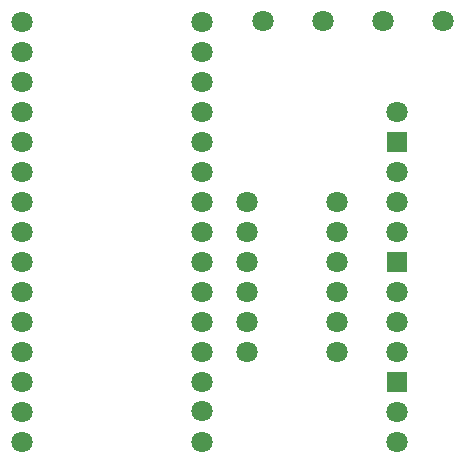
<source format=gbl>
%TF.GenerationSoftware,KiCad,Pcbnew,9.0.0*%
%TF.CreationDate,2025-03-08T00:26:58-08:00*%
%TF.ProjectId,server,73657276-6572-42e6-9b69-6361645f7063,v0.1*%
%TF.SameCoordinates,Original*%
%TF.FileFunction,Copper,L2,Bot*%
%TF.FilePolarity,Positive*%
%FSLAX46Y46*%
G04 Gerber Fmt 4.6, Leading zero omitted, Abs format (unit mm)*
G04 Created by KiCad (PCBNEW 9.0.0) date 2025-03-08 00:26:58*
%MOMM*%
%LPD*%
G01*
G04 APERTURE LIST*
%TA.AperFunction,ComponentPad*%
%ADD10C,1.800000*%
%TD*%
%TA.AperFunction,ComponentPad*%
%ADD11R,1.800000X1.800000*%
%TD*%
G04 APERTURE END LIST*
D10*
%TO.P,RGB_LED_ROUND2,1,R*%
%TO.N,Net-(RGB_LED_ROUND2-R)*%
X166380000Y-91440000D03*
D11*
%TO.P,RGB_LED_ROUND2,2,VCC*%
%TO.N,Net-(ESP32_Nano1-3.3V)*%
X166380000Y-93980000D03*
D10*
%TO.P,RGB_LED_ROUND2,3,G*%
%TO.N,Net-(RGB_LED_ROUND2-G)*%
X166380000Y-96520000D03*
%TO.P,RGB_LED_ROUND2,4,B*%
%TO.N,unconnected-(RGB_LED_ROUND2-B-Pad4)*%
X166380000Y-99060000D03*
%TD*%
%TO.P,R1,1*%
%TO.N,Net-(ESP32_Nano1-A5)*%
X153670000Y-88900000D03*
%TO.P,R1,2*%
%TO.N,Net-(RGB_LED_ROUND1-R)*%
X161290000Y-88900000D03*
%TD*%
%TO.P,ESP32_Nano1,1,TX1*%
%TO.N,unconnected-(ESP32_Nano1-TX1-Pad1)*%
X134630000Y-73660000D03*
%TO.P,ESP32_Nano1,2,RX0*%
%TO.N,unconnected-(ESP32_Nano1-RX0-Pad2)*%
X134630000Y-76200000D03*
%TO.P,ESP32_Nano1,3,RST*%
%TO.N,unconnected-(ESP32_Nano1-RST-Pad3)*%
X134630000Y-78740000D03*
%TO.P,ESP32_Nano1,4,GND*%
%TO.N,unconnected-(ESP32_Nano1-GND-Pad4)*%
X134630000Y-81280000D03*
%TO.P,ESP32_Nano1,5,D2*%
%TO.N,unconnected-(ESP32_Nano1-D2-Pad5)*%
X134630000Y-83820000D03*
%TO.P,ESP32_Nano1,6,D3*%
%TO.N,unconnected-(ESP32_Nano1-D3-Pad6)*%
X134630000Y-86360000D03*
%TO.P,ESP32_Nano1,7,D4*%
%TO.N,unconnected-(ESP32_Nano1-D4-Pad7)*%
X134630000Y-88900000D03*
%TO.P,ESP32_Nano1,8,D5*%
%TO.N,unconnected-(ESP32_Nano1-D5-Pad8)*%
X134630000Y-91440000D03*
%TO.P,ESP32_Nano1,9,D6*%
%TO.N,unconnected-(ESP32_Nano1-D6-Pad9)*%
X134630000Y-93980000D03*
%TO.P,ESP32_Nano1,10,D7*%
%TO.N,unconnected-(ESP32_Nano1-D7-Pad10)*%
X134630000Y-96520000D03*
%TO.P,ESP32_Nano1,11,D8*%
%TO.N,unconnected-(ESP32_Nano1-D8-Pad11)*%
X134630000Y-99060000D03*
%TO.P,ESP32_Nano1,12,D9*%
%TO.N,unconnected-(ESP32_Nano1-D9-Pad12)*%
X134630000Y-101600000D03*
%TO.P,ESP32_Nano1,13,D10*%
%TO.N,unconnected-(ESP32_Nano1-D10-Pad13)*%
X134630000Y-104140000D03*
%TO.P,ESP32_Nano1,14,D11*%
%TO.N,unconnected-(ESP32_Nano1-D11-Pad14)*%
X134630000Y-106680000D03*
%TO.P,ESP32_Nano1,15,D12*%
%TO.N,unconnected-(ESP32_Nano1-D12-Pad15)*%
X134630000Y-109220000D03*
%TO.P,ESP32_Nano1,16,D13*%
%TO.N,unconnected-(ESP32_Nano1-D13-Pad16)*%
X149870000Y-109220000D03*
%TO.P,ESP32_Nano1,17,3.3V*%
%TO.N,Net-(ESP32_Nano1-3.3V)*%
X149873472Y-106528102D03*
%TO.P,ESP32_Nano1,18,B0*%
%TO.N,unconnected-(ESP32_Nano1-B0-Pad18)*%
X149870000Y-104140000D03*
%TO.P,ESP32_Nano1,19,A0*%
%TO.N,Net-(ESP32_Nano1-A0)*%
X149870000Y-101600000D03*
%TO.P,ESP32_Nano1,20,A1*%
%TO.N,Net-(ESP32_Nano1-A1)*%
X149870000Y-99060000D03*
%TO.P,ESP32_Nano1,21,A2*%
%TO.N,Net-(ESP32_Nano1-A2)*%
X149870000Y-96520000D03*
%TO.P,ESP32_Nano1,22,A3*%
%TO.N,Net-(ESP32_Nano1-A3)*%
X149870000Y-93980000D03*
%TO.P,ESP32_Nano1,23,A4*%
%TO.N,Net-(ESP32_Nano1-A4)*%
X149870000Y-91440000D03*
%TO.P,ESP32_Nano1,24,A5*%
%TO.N,Net-(ESP32_Nano1-A5)*%
X149870000Y-88900000D03*
%TO.P,ESP32_Nano1,25,A6*%
%TO.N,Net-(2_PIN_CONNECTOR2-Pin_2)*%
X149870000Y-86360000D03*
%TO.P,ESP32_Nano1,26,A7*%
%TO.N,Net-(2_PIN_CONNECTOR2-Pin_1)*%
X149870000Y-83820000D03*
%TO.P,ESP32_Nano1,27,VBUS*%
%TO.N,unconnected-(ESP32_Nano1-VBUS-Pad27)*%
X149870000Y-81280000D03*
%TO.P,ESP32_Nano1,28,B1*%
%TO.N,unconnected-(ESP32_Nano1-B1-Pad28)*%
X149870000Y-78740000D03*
%TO.P,ESP32_Nano1,29,GND*%
%TO.N,Net-(2_PIN_CONNECTOR1-Pin_2)*%
X149870000Y-76200000D03*
%TO.P,ESP32_Nano1,30,VIN*%
%TO.N,Net-(2_PIN_CONNECTOR1-Pin_1)*%
X149870000Y-73660000D03*
%TD*%
%TO.P,R3,1*%
%TO.N,Net-(ESP32_Nano1-A3)*%
X153670000Y-93980000D03*
%TO.P,R3,2*%
%TO.N,Net-(RGB_LED_ROUND2-R)*%
X161290000Y-93980000D03*
%TD*%
%TO.P,R2,1*%
%TO.N,Net-(ESP32_Nano1-A4)*%
X153670000Y-91440000D03*
%TO.P,R2,2*%
%TO.N,Net-(RGB_LED_ROUND1-G)*%
X161290000Y-91440000D03*
%TD*%
%TO.P,2_PIN_CONNECTOR2,1,Pin_1*%
%TO.N,Net-(2_PIN_CONNECTOR2-Pin_1)*%
X165210000Y-73560000D03*
%TO.P,2_PIN_CONNECTOR2,2,Pin_2*%
%TO.N,Net-(2_PIN_CONNECTOR2-Pin_2)*%
X170290000Y-73560000D03*
%TD*%
%TO.P,RGB_LED_ROUND1,1,R*%
%TO.N,Net-(RGB_LED_ROUND1-R)*%
X166380000Y-81280000D03*
D11*
%TO.P,RGB_LED_ROUND1,2,VCC*%
%TO.N,Net-(ESP32_Nano1-3.3V)*%
X166380000Y-83820000D03*
D10*
%TO.P,RGB_LED_ROUND1,3,G*%
%TO.N,Net-(RGB_LED_ROUND1-G)*%
X166380000Y-86360000D03*
%TO.P,RGB_LED_ROUND1,4,B*%
%TO.N,unconnected-(RGB_LED_ROUND1-B-Pad4)*%
X166380000Y-88900000D03*
%TD*%
%TO.P,2_PIN_CONNECTOR1,1,Pin_1*%
%TO.N,Net-(2_PIN_CONNECTOR1-Pin_1)*%
X155040000Y-73560000D03*
%TO.P,2_PIN_CONNECTOR1,2,Pin_2*%
%TO.N,Net-(2_PIN_CONNECTOR1-Pin_2)*%
X160120000Y-73560000D03*
%TD*%
%TO.P,RGB_LED_ROUND3,1,R*%
%TO.N,Net-(RGB_LED_ROUND3-R)*%
X166370000Y-101600000D03*
D11*
%TO.P,RGB_LED_ROUND3,2,VCC*%
%TO.N,Net-(ESP32_Nano1-3.3V)*%
X166370000Y-104140000D03*
D10*
%TO.P,RGB_LED_ROUND3,3,G*%
%TO.N,Net-(RGB_LED_ROUND3-G)*%
X166370000Y-106680000D03*
%TO.P,RGB_LED_ROUND3,4,B*%
%TO.N,unconnected-(RGB_LED_ROUND3-B-Pad4)*%
X166370000Y-109220000D03*
%TD*%
%TO.P,R5,1*%
%TO.N,Net-(ESP32_Nano1-A1)*%
X153670000Y-99060000D03*
%TO.P,R5,2*%
%TO.N,Net-(RGB_LED_ROUND3-R)*%
X161290000Y-99060000D03*
%TD*%
%TO.P,R6,1*%
%TO.N,Net-(ESP32_Nano1-A0)*%
X153670000Y-101600000D03*
%TO.P,R6,2*%
%TO.N,Net-(RGB_LED_ROUND3-G)*%
X161290000Y-101600000D03*
%TD*%
%TO.P,R4,1*%
%TO.N,Net-(ESP32_Nano1-A2)*%
X153670000Y-96520000D03*
%TO.P,R4,2*%
%TO.N,Net-(RGB_LED_ROUND2-G)*%
X161290000Y-96520000D03*
%TD*%
M02*

</source>
